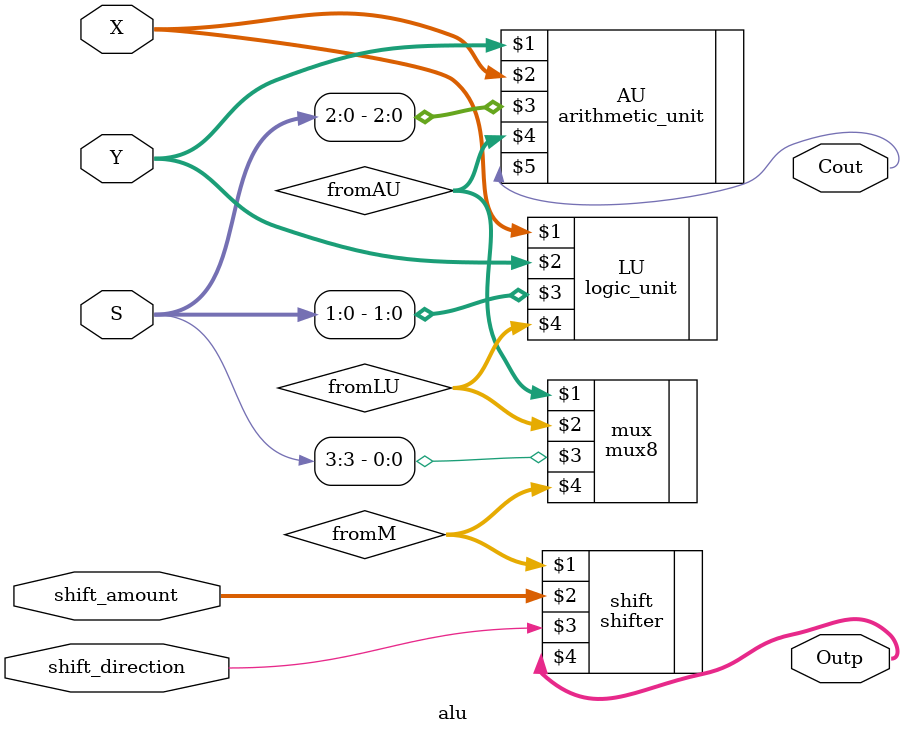
<source format=v>
module alu(X, Y, S, shift_amount, shift_direction, Outp, Cout);
input [7: 0] X, Y;
input [3: 0] S;
input [2: 0] shift_amount;
input shift_direction;
output [7: 0] Outp;
output Cout;

wire [7: 0] fromAU, fromLU, fromM;

// arithmetic_unit(A, B, S, Outp, Cout);
arithmetic_unit AU(Y, X, S[2: 0], fromAU, Cout);

// logic_unit(X, Y, S, Q);
logic_unit LU(X, Y, S[1: 0], fromLU);

// mux8(A, B, sel, outp);
mux8 mux(fromAU, fromLU, S[3], fromM);

// shifter(data, shamt, shdir, outp);
shifter shift(fromM, shift_amount, shift_direction, Outp);

endmodule

</source>
